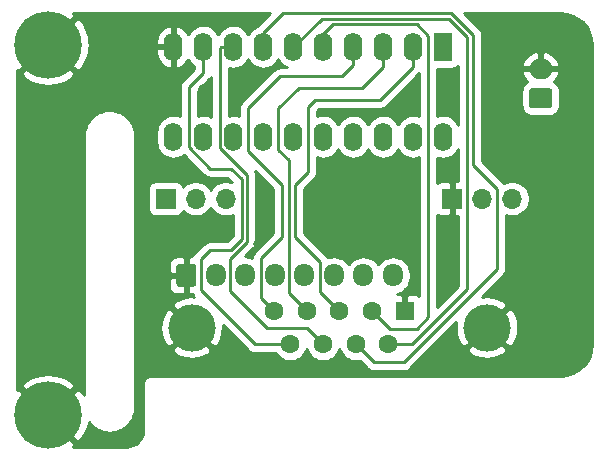
<source format=gbr>
%TF.GenerationSoftware,KiCad,Pcbnew,5.1.8+dfsg1-1+b1*%
%TF.CreationDate,2021-07-20T03:33:59+03:00*%
%TF.ProjectId,gbs-cgaega,6762732d-6367-4616-9567-612e6b696361,rev?*%
%TF.SameCoordinates,Original*%
%TF.FileFunction,Copper,L2,Bot*%
%TF.FilePolarity,Positive*%
%FSLAX46Y46*%
G04 Gerber Fmt 4.6, Leading zero omitted, Abs format (unit mm)*
G04 Created by KiCad (PCBNEW 5.1.8+dfsg1-1+b1) date 2021-07-20 03:33:59*
%MOMM*%
%LPD*%
G01*
G04 APERTURE LIST*
%TA.AperFunction,ComponentPad*%
%ADD10C,5.700000*%
%TD*%
%TA.AperFunction,ComponentPad*%
%ADD11O,1.600000X2.400000*%
%TD*%
%TA.AperFunction,ComponentPad*%
%ADD12R,1.600000X2.400000*%
%TD*%
%TA.AperFunction,ComponentPad*%
%ADD13R,1.600000X1.600000*%
%TD*%
%TA.AperFunction,ComponentPad*%
%ADD14C,1.600000*%
%TD*%
%TA.AperFunction,ComponentPad*%
%ADD15C,4.000000*%
%TD*%
%TA.AperFunction,ComponentPad*%
%ADD16O,2.000000X1.700000*%
%TD*%
%TA.AperFunction,ComponentPad*%
%ADD17O,1.700000X1.950000*%
%TD*%
%TA.AperFunction,ComponentPad*%
%ADD18R,1.700000X1.700000*%
%TD*%
%TA.AperFunction,ComponentPad*%
%ADD19O,1.700000X1.700000*%
%TD*%
%TA.AperFunction,ViaPad*%
%ADD20C,0.800000*%
%TD*%
%TA.AperFunction,Conductor*%
%ADD21C,0.250000*%
%TD*%
%TA.AperFunction,Conductor*%
%ADD22C,0.254000*%
%TD*%
%TA.AperFunction,Conductor*%
%ADD23C,0.100000*%
%TD*%
G04 APERTURE END LIST*
D10*
%TO.P,H3,1*%
%TO.N,GND*%
X112800000Y-95300000D03*
%TD*%
%TO.P,H1,1*%
%TO.N,GND*%
X112800000Y-126700000D03*
%TD*%
D11*
%TO.P,U1,20*%
%TO.N,VCC*%
X146250000Y-103120000D03*
%TO.P,U1,10*%
%TO.N,GND*%
X123390000Y-95500000D03*
%TO.P,U1,19*%
%TO.N,/R1*%
X143710000Y-103120000D03*
%TO.P,U1,9*%
%TO.N,/VSYNC*%
X125930000Y-95500000D03*
%TO.P,U1,18*%
%TO.N,/R0*%
X141170000Y-103120000D03*
%TO.P,U1,8*%
%TO.N,/HSYNC*%
X128470000Y-95500000D03*
%TO.P,U1,17*%
%TO.N,/G1*%
X138630000Y-103120000D03*
%TO.P,U1,7*%
%TO.N,/BI*%
X131010000Y-95500000D03*
%TO.P,U1,16*%
%TO.N,/G0*%
X136090000Y-103120000D03*
%TO.P,U1,6*%
%TO.N,/GI_INT*%
X133550000Y-95500000D03*
%TO.P,U1,15*%
%TO.N,/B1*%
X133550000Y-103120000D03*
%TO.P,U1,5*%
%TO.N,/RI*%
X136090000Y-95500000D03*
%TO.P,U1,14*%
%TO.N,/B0*%
X131010000Y-103120000D03*
%TO.P,U1,4*%
%TO.N,/BLU*%
X138630000Y-95500000D03*
%TO.P,U1,13*%
%TO.N,/~CSYNC*%
X128470000Y-103120000D03*
%TO.P,U1,3*%
%TO.N,/GRN*%
X141170000Y-95500000D03*
%TO.P,U1,12*%
%TO.N,/CSYNC*%
X125930000Y-103120000D03*
%TO.P,U1,2*%
%TO.N,/RED*%
X143710000Y-95500000D03*
%TO.P,U1,11*%
%TO.N,/EGA*%
X123390000Y-103120000D03*
D12*
%TO.P,U1,1*%
%TO.N,Net-(U1-Pad1)*%
X146250000Y-95500000D03*
%TD*%
D13*
%TO.P,J1,1*%
%TO.N,GND*%
X143000000Y-117850000D03*
D14*
%TO.P,J1,2*%
%TO.N,/RI*%
X140230000Y-117850000D03*
%TO.P,J1,3*%
%TO.N,/RED*%
X137460000Y-117850000D03*
%TO.P,J1,4*%
%TO.N,/GRN*%
X134690000Y-117850000D03*
%TO.P,J1,5*%
%TO.N,/BLU*%
X131920000Y-117850000D03*
%TO.P,J1,6*%
%TO.N,/GI_INT*%
X141615000Y-120690000D03*
%TO.P,J1,7*%
%TO.N,/BI*%
X138845000Y-120690000D03*
%TO.P,J1,8*%
%TO.N,/HSYNC*%
X136075000Y-120690000D03*
%TO.P,J1,9*%
%TO.N,/VSYNC*%
X133305000Y-120690000D03*
D15*
%TO.P,J1,0*%
%TO.N,GND*%
X124960000Y-119270000D03*
X149960000Y-119270000D03*
%TD*%
%TO.P,J2,1*%
%TO.N,VCC*%
%TA.AperFunction,ComponentPad*%
G36*
G01*
X155250000Y-100700000D02*
X153750000Y-100700000D01*
G75*
G02*
X153500000Y-100450000I0J250000D01*
G01*
X153500000Y-99250000D01*
G75*
G02*
X153750000Y-99000000I250000J0D01*
G01*
X155250000Y-99000000D01*
G75*
G02*
X155500000Y-99250000I0J-250000D01*
G01*
X155500000Y-100450000D01*
G75*
G02*
X155250000Y-100700000I-250000J0D01*
G01*
G37*
%TD.AperFunction*%
D16*
%TO.P,J2,2*%
%TO.N,GND*%
X154500000Y-97350000D03*
%TD*%
%TO.P,J3,1*%
%TO.N,GND*%
%TA.AperFunction,ComponentPad*%
G36*
G01*
X123650000Y-115575000D02*
X123650000Y-114125000D01*
G75*
G02*
X123900000Y-113875000I250000J0D01*
G01*
X125100000Y-113875000D01*
G75*
G02*
X125350000Y-114125000I0J-250000D01*
G01*
X125350000Y-115575000D01*
G75*
G02*
X125100000Y-115825000I-250000J0D01*
G01*
X123900000Y-115825000D01*
G75*
G02*
X123650000Y-115575000I0J250000D01*
G01*
G37*
%TD.AperFunction*%
D17*
%TO.P,J3,2*%
%TO.N,Net-(J3-Pad2)*%
X127000000Y-114850000D03*
%TO.P,J3,3*%
%TO.N,Net-(J3-Pad3)*%
X129500000Y-114850000D03*
%TO.P,J3,4*%
%TO.N,Net-(J3-Pad4)*%
X132000000Y-114850000D03*
%TO.P,J3,5*%
%TO.N,/CS*%
X134500000Y-114850000D03*
%TO.P,J3,6*%
%TO.N,/BA*%
X137000000Y-114850000D03*
%TO.P,J3,7*%
%TO.N,/GA*%
X139500000Y-114850000D03*
%TO.P,J3,8*%
%TO.N,/RA*%
X142000000Y-114850000D03*
%TD*%
D18*
%TO.P,SW1,1*%
%TO.N,GND*%
X147000000Y-108350000D03*
D19*
%TO.P,SW1,2*%
%TO.N,/EGA*%
X149540000Y-108350000D03*
%TO.P,SW1,3*%
%TO.N,Net-(SW1-Pad3)*%
X152080000Y-108350000D03*
%TD*%
%TO.P,SW2,3*%
%TO.N,/~CSYNC*%
X127830000Y-108350000D03*
%TO.P,SW2,2*%
%TO.N,/CS*%
X125290000Y-108350000D03*
D18*
%TO.P,SW2,1*%
%TO.N,/CSYNC*%
X122750000Y-108350000D03*
%TD*%
D20*
%TO.N,GND*%
X130600000Y-112200000D03*
X142500000Y-110900000D03*
X143600000Y-99100000D03*
X129700000Y-99100000D03*
X125900000Y-99100000D03*
X146300000Y-98200000D03*
X137000000Y-111400000D03*
X121100000Y-105600000D03*
X140000000Y-110900000D03*
X127800000Y-110500000D03*
%TD*%
D21*
%TO.N,/RI*%
X144000000Y-119400000D02*
X141780000Y-119400000D01*
X141780000Y-119400000D02*
X140230000Y-117850000D01*
X145000000Y-94600000D02*
X145000000Y-118400000D01*
X144000000Y-93600000D02*
X145000000Y-94600000D01*
X145000000Y-118400000D02*
X144000000Y-119400000D01*
X136900000Y-93600000D02*
X144000000Y-93600000D01*
X136090000Y-94410000D02*
X136900000Y-93600000D01*
X136090000Y-95500000D02*
X136090000Y-94410000D01*
%TO.N,/RED*%
X143710000Y-97190000D02*
X143710000Y-95500000D01*
X135400000Y-100000000D02*
X140900000Y-100000000D01*
X134800000Y-100600000D02*
X135400000Y-100000000D01*
X133700000Y-107200000D02*
X134800000Y-106100000D01*
X133700000Y-111600000D02*
X133700000Y-107200000D01*
X140900000Y-100000000D02*
X143710000Y-97190000D01*
X135824990Y-113724990D02*
X133700000Y-111600000D01*
X135824990Y-116214990D02*
X135824990Y-113724990D01*
X134800000Y-106100000D02*
X134800000Y-100600000D01*
X137460000Y-117850000D02*
X135824990Y-116214990D01*
%TO.N,/GRN*%
X141170000Y-97230000D02*
X141170000Y-95500000D01*
X139400000Y-99000000D02*
X141170000Y-97230000D01*
X132300000Y-100700000D02*
X134000000Y-99000000D01*
X132300000Y-104200000D02*
X132300000Y-100700000D01*
X133200000Y-105100000D02*
X132300000Y-104200000D01*
X133200000Y-116360000D02*
X133200000Y-105100000D01*
X134000000Y-99000000D02*
X139400000Y-99000000D01*
X134690000Y-117850000D02*
X133200000Y-116360000D01*
%TO.N,/BLU*%
X138630000Y-97070000D02*
X138630000Y-95500000D01*
X137700000Y-98000000D02*
X138630000Y-97070000D01*
X132400000Y-98000000D02*
X137700000Y-98000000D01*
X129750000Y-100650000D02*
X132400000Y-98000000D01*
X129750000Y-104350000D02*
X129750000Y-100650000D01*
X132600000Y-111600000D02*
X132600000Y-107200000D01*
X130824990Y-113375010D02*
X132600000Y-111600000D01*
X132600000Y-107200000D02*
X129750000Y-104350000D01*
X130824990Y-116754990D02*
X130824990Y-113375010D01*
X131920000Y-117850000D02*
X130824990Y-116754990D01*
%TO.N,/GI_INT*%
X135950000Y-93100000D02*
X133550000Y-95500000D01*
X148300000Y-94700000D02*
X146700000Y-93100000D01*
X146700000Y-93100000D02*
X135950000Y-93100000D01*
X143646411Y-120690000D02*
X148300000Y-116036411D01*
X148300000Y-116036411D02*
X148300000Y-94700000D01*
X141615000Y-120690000D02*
X143646411Y-120690000D01*
%TO.N,/BI*%
X132700000Y-92600000D02*
X131010000Y-94290000D01*
X148800000Y-94500000D02*
X146900000Y-92600000D01*
X131010000Y-94290000D02*
X131010000Y-95500000D01*
X148800000Y-105500000D02*
X148800000Y-94500000D01*
X150800000Y-114300000D02*
X150800000Y-107500000D01*
X150800000Y-107500000D02*
X148800000Y-105500000D01*
X142900000Y-122200000D02*
X150800000Y-114300000D01*
X140355000Y-122200000D02*
X142900000Y-122200000D01*
X146900000Y-92600000D02*
X132700000Y-92600000D01*
X138845000Y-120690000D02*
X140355000Y-122200000D01*
%TO.N,/HSYNC*%
X129650011Y-106350011D02*
X127344990Y-104044990D01*
X136075000Y-120690000D02*
X134685000Y-119300000D01*
X127344990Y-95575010D02*
X127420000Y-95500000D01*
X131300000Y-119300000D02*
X128200000Y-116200000D01*
X128200000Y-116200000D02*
X128200000Y-113436411D01*
X128200000Y-113436411D02*
X129650011Y-111986400D01*
X134685000Y-119300000D02*
X131300000Y-119300000D01*
X129650011Y-111986400D02*
X129650011Y-106350011D01*
X127344990Y-104044990D02*
X127344990Y-95575010D01*
X127420000Y-95500000D02*
X128470000Y-95500000D01*
%TO.N,/VSYNC*%
X124700000Y-98900000D02*
X125930000Y-97670000D01*
X125930000Y-97670000D02*
X125930000Y-95500000D01*
X124700000Y-104000000D02*
X124700000Y-98900000D01*
X126500000Y-105800000D02*
X124700000Y-104000000D01*
X125700000Y-113500000D02*
X126500000Y-112700000D01*
X125700000Y-116100000D02*
X125700000Y-113500000D01*
X130290000Y-120690000D02*
X125700000Y-116100000D01*
X133305000Y-120690000D02*
X130290000Y-120690000D01*
X126500000Y-105800000D02*
X128300000Y-105800000D01*
X128300000Y-105800000D02*
X129200000Y-106700000D01*
X129200000Y-106700000D02*
X129200000Y-111800000D01*
X128300000Y-112700000D02*
X126500000Y-112700000D01*
X129200000Y-111800000D02*
X128300000Y-112700000D01*
%TD*%
D22*
%TO.N,GND*%
X130499003Y-93726196D02*
X130469999Y-93749999D01*
X130453174Y-93770501D01*
X130208900Y-93901068D01*
X129990393Y-94080392D01*
X129811068Y-94298899D01*
X129740000Y-94431858D01*
X129668932Y-94298899D01*
X129489608Y-94080392D01*
X129271101Y-93901068D01*
X129021808Y-93767818D01*
X128751309Y-93685764D01*
X128470000Y-93658057D01*
X128188692Y-93685764D01*
X127918193Y-93767818D01*
X127668900Y-93901068D01*
X127450393Y-94080392D01*
X127271068Y-94298899D01*
X127200000Y-94431858D01*
X127128932Y-94298899D01*
X126949608Y-94080392D01*
X126731101Y-93901068D01*
X126481808Y-93767818D01*
X126211309Y-93685764D01*
X125930000Y-93658057D01*
X125648692Y-93685764D01*
X125378193Y-93767818D01*
X125128900Y-93901068D01*
X124910393Y-94080392D01*
X124731068Y-94298899D01*
X124662735Y-94426741D01*
X124512601Y-94197161D01*
X124314895Y-93995500D01*
X124081646Y-93836285D01*
X123821818Y-93725633D01*
X123739039Y-93708096D01*
X123517000Y-93830085D01*
X123517000Y-95373000D01*
X123537000Y-95373000D01*
X123537000Y-95627000D01*
X123517000Y-95627000D01*
X123517000Y-97169915D01*
X123739039Y-97291904D01*
X123821818Y-97274367D01*
X124081646Y-97163715D01*
X124314895Y-97004500D01*
X124512601Y-96802839D01*
X124662735Y-96573258D01*
X124731068Y-96701100D01*
X124910392Y-96919607D01*
X125128899Y-97098932D01*
X125170000Y-97120901D01*
X125170000Y-97355198D01*
X124188998Y-98336201D01*
X124160000Y-98359999D01*
X124136202Y-98388997D01*
X124136201Y-98388998D01*
X124065026Y-98475724D01*
X123994454Y-98607754D01*
X123973379Y-98677232D01*
X123950998Y-98751014D01*
X123950113Y-98760000D01*
X123936324Y-98900000D01*
X123940001Y-98937332D01*
X123940001Y-101387270D01*
X123671309Y-101305764D01*
X123390000Y-101278057D01*
X123108692Y-101305764D01*
X122838193Y-101387818D01*
X122588900Y-101521068D01*
X122370393Y-101700392D01*
X122191068Y-101918899D01*
X122057818Y-102168192D01*
X121975764Y-102438691D01*
X121955000Y-102649508D01*
X121955000Y-103590491D01*
X121975764Y-103801308D01*
X122057818Y-104071807D01*
X122191068Y-104321100D01*
X122370392Y-104539607D01*
X122588899Y-104718932D01*
X122838192Y-104852182D01*
X123108691Y-104934236D01*
X123390000Y-104961943D01*
X123671308Y-104934236D01*
X123941807Y-104852182D01*
X124191100Y-104718932D01*
X124275152Y-104649953D01*
X125936205Y-106311008D01*
X125959999Y-106340001D01*
X125988992Y-106363795D01*
X125988996Y-106363799D01*
X126042555Y-106407753D01*
X126075724Y-106434974D01*
X126207753Y-106505546D01*
X126351014Y-106549003D01*
X126462667Y-106560000D01*
X126462676Y-106560000D01*
X126499999Y-106563676D01*
X126537322Y-106560000D01*
X127985199Y-106560000D01*
X128406739Y-106981541D01*
X128263158Y-106922068D01*
X127976260Y-106865000D01*
X127683740Y-106865000D01*
X127396842Y-106922068D01*
X127126589Y-107034010D01*
X126883368Y-107196525D01*
X126676525Y-107403368D01*
X126560000Y-107577760D01*
X126443475Y-107403368D01*
X126236632Y-107196525D01*
X125993411Y-107034010D01*
X125723158Y-106922068D01*
X125436260Y-106865000D01*
X125143740Y-106865000D01*
X124856842Y-106922068D01*
X124586589Y-107034010D01*
X124343368Y-107196525D01*
X124211513Y-107328380D01*
X124189502Y-107255820D01*
X124130537Y-107145506D01*
X124051185Y-107048815D01*
X123954494Y-106969463D01*
X123844180Y-106910498D01*
X123724482Y-106874188D01*
X123600000Y-106861928D01*
X121900000Y-106861928D01*
X121775518Y-106874188D01*
X121655820Y-106910498D01*
X121545506Y-106969463D01*
X121448815Y-107048815D01*
X121369463Y-107145506D01*
X121310498Y-107255820D01*
X121274188Y-107375518D01*
X121261928Y-107500000D01*
X121261928Y-109200000D01*
X121274188Y-109324482D01*
X121310498Y-109444180D01*
X121369463Y-109554494D01*
X121448815Y-109651185D01*
X121545506Y-109730537D01*
X121655820Y-109789502D01*
X121775518Y-109825812D01*
X121900000Y-109838072D01*
X123600000Y-109838072D01*
X123724482Y-109825812D01*
X123844180Y-109789502D01*
X123954494Y-109730537D01*
X124051185Y-109651185D01*
X124130537Y-109554494D01*
X124189502Y-109444180D01*
X124211513Y-109371620D01*
X124343368Y-109503475D01*
X124586589Y-109665990D01*
X124856842Y-109777932D01*
X125143740Y-109835000D01*
X125436260Y-109835000D01*
X125723158Y-109777932D01*
X125993411Y-109665990D01*
X126236632Y-109503475D01*
X126443475Y-109296632D01*
X126560000Y-109122240D01*
X126676525Y-109296632D01*
X126883368Y-109503475D01*
X127126589Y-109665990D01*
X127396842Y-109777932D01*
X127683740Y-109835000D01*
X127976260Y-109835000D01*
X128263158Y-109777932D01*
X128440001Y-109704682D01*
X128440001Y-111485197D01*
X127985199Y-111940000D01*
X126537323Y-111940000D01*
X126500000Y-111936324D01*
X126462677Y-111940000D01*
X126462667Y-111940000D01*
X126351014Y-111950997D01*
X126207753Y-111994454D01*
X126075724Y-112065026D01*
X125959999Y-112159999D01*
X125936201Y-112188998D01*
X125188998Y-112936201D01*
X125160000Y-112959999D01*
X125136202Y-112988997D01*
X125136201Y-112988998D01*
X125065026Y-113075724D01*
X124994454Y-113207754D01*
X124985002Y-113238915D01*
X124785750Y-113240000D01*
X124627000Y-113398750D01*
X124627000Y-114723000D01*
X124647000Y-114723000D01*
X124647000Y-114977000D01*
X124627000Y-114977000D01*
X124627000Y-116301250D01*
X124785750Y-116460000D01*
X125031384Y-116461337D01*
X125065026Y-116524276D01*
X125104871Y-116572826D01*
X125159999Y-116640001D01*
X125163228Y-116642651D01*
X124936929Y-116622352D01*
X124420841Y-116677727D01*
X123925474Y-116832721D01*
X123508228Y-117055742D01*
X123292106Y-117422501D01*
X124960000Y-119090395D01*
X124974143Y-119076253D01*
X125153748Y-119255858D01*
X125139605Y-119270000D01*
X126807499Y-120937894D01*
X127174258Y-120721772D01*
X127414938Y-120261895D01*
X127561275Y-119763902D01*
X127607648Y-119246929D01*
X127587879Y-119062680D01*
X129726200Y-121201002D01*
X129749999Y-121230001D01*
X129865724Y-121324974D01*
X129997753Y-121395546D01*
X130141014Y-121439003D01*
X130252667Y-121450000D01*
X130252676Y-121450000D01*
X130289999Y-121453676D01*
X130327322Y-121450000D01*
X132086957Y-121450000D01*
X132190363Y-121604759D01*
X132390241Y-121804637D01*
X132625273Y-121961680D01*
X132886426Y-122069853D01*
X133163665Y-122125000D01*
X133446335Y-122125000D01*
X133723574Y-122069853D01*
X133984727Y-121961680D01*
X134219759Y-121804637D01*
X134419637Y-121604759D01*
X134576680Y-121369727D01*
X134684853Y-121108574D01*
X134690000Y-121082699D01*
X134695147Y-121108574D01*
X134803320Y-121369727D01*
X134960363Y-121604759D01*
X135160241Y-121804637D01*
X135395273Y-121961680D01*
X135656426Y-122069853D01*
X135933665Y-122125000D01*
X136216335Y-122125000D01*
X136493574Y-122069853D01*
X136754727Y-121961680D01*
X136989759Y-121804637D01*
X137189637Y-121604759D01*
X137346680Y-121369727D01*
X137454853Y-121108574D01*
X137460000Y-121082699D01*
X137465147Y-121108574D01*
X137573320Y-121369727D01*
X137730363Y-121604759D01*
X137930241Y-121804637D01*
X138165273Y-121961680D01*
X138426426Y-122069853D01*
X138703665Y-122125000D01*
X138986335Y-122125000D01*
X139168886Y-122088688D01*
X139791205Y-122711008D01*
X139814999Y-122740001D01*
X139843992Y-122763795D01*
X139843996Y-122763799D01*
X139891370Y-122802677D01*
X139930724Y-122834974D01*
X140062753Y-122905546D01*
X140206014Y-122949003D01*
X140317667Y-122960000D01*
X140317676Y-122960000D01*
X140354999Y-122963676D01*
X140392322Y-122960000D01*
X142862678Y-122960000D01*
X142900000Y-122963676D01*
X142937322Y-122960000D01*
X142937333Y-122960000D01*
X143048986Y-122949003D01*
X143192247Y-122905546D01*
X143324276Y-122834974D01*
X143440001Y-122740001D01*
X143463804Y-122710997D01*
X145057302Y-121117499D01*
X148292106Y-121117499D01*
X148508228Y-121484258D01*
X148968105Y-121724938D01*
X149466098Y-121871275D01*
X149983071Y-121917648D01*
X150499159Y-121862273D01*
X150994526Y-121707279D01*
X151411772Y-121484258D01*
X151627894Y-121117499D01*
X149960000Y-119449605D01*
X148292106Y-121117499D01*
X145057302Y-121117499D01*
X147354786Y-118820016D01*
X147312352Y-119293071D01*
X147367727Y-119809159D01*
X147522721Y-120304526D01*
X147745742Y-120721772D01*
X148112501Y-120937894D01*
X149780395Y-119270000D01*
X150139605Y-119270000D01*
X151807499Y-120937894D01*
X152174258Y-120721772D01*
X152414938Y-120261895D01*
X152561275Y-119763902D01*
X152607648Y-119246929D01*
X152552273Y-118730841D01*
X152397279Y-118235474D01*
X152174258Y-117818228D01*
X151807499Y-117602106D01*
X150139605Y-119270000D01*
X149780395Y-119270000D01*
X149766253Y-119255858D01*
X149945858Y-119076253D01*
X149960000Y-119090395D01*
X151627894Y-117422501D01*
X151411772Y-117055742D01*
X150951895Y-116815062D01*
X150453902Y-116668725D01*
X149936929Y-116622352D01*
X149506238Y-116668564D01*
X151311004Y-114863798D01*
X151340001Y-114840001D01*
X151366332Y-114807917D01*
X151434974Y-114724277D01*
X151505546Y-114592247D01*
X151541417Y-114473993D01*
X151549003Y-114448986D01*
X151560000Y-114337333D01*
X151560000Y-114337324D01*
X151563676Y-114300001D01*
X151560000Y-114262678D01*
X151560000Y-109741961D01*
X151646842Y-109777932D01*
X151933740Y-109835000D01*
X152226260Y-109835000D01*
X152513158Y-109777932D01*
X152783411Y-109665990D01*
X153026632Y-109503475D01*
X153233475Y-109296632D01*
X153395990Y-109053411D01*
X153507932Y-108783158D01*
X153565000Y-108496260D01*
X153565000Y-108203740D01*
X153507932Y-107916842D01*
X153395990Y-107646589D01*
X153233475Y-107403368D01*
X153026632Y-107196525D01*
X152783411Y-107034010D01*
X152513158Y-106922068D01*
X152226260Y-106865000D01*
X151933740Y-106865000D01*
X151646842Y-106922068D01*
X151394613Y-107026544D01*
X151363799Y-106988997D01*
X151340001Y-106959999D01*
X151311003Y-106936201D01*
X149560000Y-105185199D01*
X149560000Y-99250000D01*
X152861928Y-99250000D01*
X152861928Y-100450000D01*
X152878992Y-100623254D01*
X152929528Y-100789850D01*
X153011595Y-100943386D01*
X153122038Y-101077962D01*
X153256614Y-101188405D01*
X153410150Y-101270472D01*
X153576746Y-101321008D01*
X153750000Y-101338072D01*
X155250000Y-101338072D01*
X155423254Y-101321008D01*
X155589850Y-101270472D01*
X155743386Y-101188405D01*
X155877962Y-101077962D01*
X155988405Y-100943386D01*
X156070472Y-100789850D01*
X156121008Y-100623254D01*
X156138072Y-100450000D01*
X156138072Y-99250000D01*
X156121008Y-99076746D01*
X156070472Y-98910150D01*
X155988405Y-98756614D01*
X155877962Y-98622038D01*
X155743386Y-98511595D01*
X155641407Y-98457086D01*
X155641795Y-98456802D01*
X155838664Y-98242046D01*
X155989854Y-97993009D01*
X156089554Y-97719261D01*
X156091476Y-97706890D01*
X155970155Y-97477000D01*
X154627000Y-97477000D01*
X154627000Y-97497000D01*
X154373000Y-97497000D01*
X154373000Y-97477000D01*
X153029845Y-97477000D01*
X152908524Y-97706890D01*
X152910446Y-97719261D01*
X153010146Y-97993009D01*
X153161336Y-98242046D01*
X153358205Y-98456802D01*
X153358593Y-98457086D01*
X153256614Y-98511595D01*
X153122038Y-98622038D01*
X153011595Y-98756614D01*
X152929528Y-98910150D01*
X152878992Y-99076746D01*
X152861928Y-99250000D01*
X149560000Y-99250000D01*
X149560000Y-96993110D01*
X152908524Y-96993110D01*
X153029845Y-97223000D01*
X154373000Y-97223000D01*
X154373000Y-96022768D01*
X154627000Y-96022768D01*
X154627000Y-97223000D01*
X155970155Y-97223000D01*
X156091476Y-96993110D01*
X156089554Y-96980739D01*
X155989854Y-96706991D01*
X155838664Y-96457954D01*
X155641795Y-96243198D01*
X155406812Y-96070975D01*
X155142745Y-95947904D01*
X154859742Y-95878715D01*
X154627000Y-96022768D01*
X154373000Y-96022768D01*
X154140258Y-95878715D01*
X153857255Y-95947904D01*
X153593188Y-96070975D01*
X153358205Y-96243198D01*
X153161336Y-96457954D01*
X153010146Y-96706991D01*
X152910446Y-96980739D01*
X152908524Y-96993110D01*
X149560000Y-96993110D01*
X149560000Y-94537325D01*
X149563676Y-94500000D01*
X149560000Y-94462675D01*
X149560000Y-94462667D01*
X149549003Y-94351014D01*
X149505546Y-94207753D01*
X149434974Y-94075724D01*
X149340001Y-93959999D01*
X149311003Y-93936201D01*
X148034801Y-92660000D01*
X156167721Y-92660000D01*
X156712163Y-92713383D01*
X157204822Y-92862126D01*
X157659204Y-93103725D01*
X158058007Y-93428982D01*
X158386037Y-93825503D01*
X158630800Y-94278184D01*
X158782979Y-94769795D01*
X158840000Y-95312309D01*
X158840001Y-120667711D01*
X158786617Y-121212163D01*
X158637876Y-121704818D01*
X158396277Y-122159200D01*
X158071022Y-122558003D01*
X157674503Y-122886033D01*
X157221817Y-123130799D01*
X156730206Y-123282979D01*
X156187690Y-123340000D01*
X121532419Y-123340000D01*
X121500000Y-123336807D01*
X121467581Y-123340000D01*
X121370617Y-123349550D01*
X121246207Y-123387290D01*
X121131550Y-123448575D01*
X121031052Y-123531052D01*
X120948575Y-123631550D01*
X120887290Y-123746207D01*
X120849550Y-123870617D01*
X120836807Y-124000000D01*
X120840000Y-124032420D01*
X120840001Y-127967711D01*
X120811375Y-128259660D01*
X120735965Y-128509429D01*
X120613477Y-128739794D01*
X120448579Y-128941979D01*
X120247546Y-129108288D01*
X120018046Y-129232378D01*
X119768805Y-129309531D01*
X119478911Y-129340000D01*
X114940639Y-129340000D01*
X115072428Y-129152033D01*
X112800000Y-126879605D01*
X112785858Y-126893748D01*
X112606253Y-126714143D01*
X112620395Y-126700000D01*
X112979605Y-126700000D01*
X115252033Y-128972428D01*
X115705850Y-128654243D01*
X116031269Y-128049790D01*
X116232512Y-127393465D01*
X116246294Y-127257707D01*
X116250867Y-127264591D01*
X116256741Y-127271691D01*
X116444916Y-127495949D01*
X116487646Y-127537793D01*
X116529805Y-127580248D01*
X116536947Y-127586072D01*
X116765097Y-127769509D01*
X116815131Y-127802251D01*
X116864742Y-127835714D01*
X116872878Y-127840040D01*
X117132313Y-127975670D01*
X117187785Y-127998082D01*
X117242923Y-128021260D01*
X117251741Y-128023922D01*
X117251747Y-128023924D01*
X117532583Y-128106578D01*
X117591331Y-128117785D01*
X117649941Y-128129816D01*
X117659110Y-128130715D01*
X117659112Y-128130715D01*
X117950656Y-128157247D01*
X118010472Y-128156829D01*
X118070288Y-128157247D01*
X118079460Y-128156348D01*
X118370605Y-128125748D01*
X118429217Y-128113717D01*
X118487963Y-128102511D01*
X118496784Y-128099847D01*
X118776440Y-128013279D01*
X118831578Y-127990101D01*
X118887050Y-127967689D01*
X118895181Y-127963365D01*
X118895185Y-127963363D01*
X118895188Y-127963361D01*
X119152702Y-127824123D01*
X119202259Y-127790696D01*
X119252347Y-127757920D01*
X119259488Y-127752095D01*
X119485056Y-127565490D01*
X119527215Y-127523035D01*
X119569945Y-127481191D01*
X119575819Y-127474091D01*
X119760845Y-127247227D01*
X119793927Y-127197434D01*
X119827745Y-127148045D01*
X119832127Y-127139939D01*
X119969564Y-126881458D01*
X119992355Y-126826164D01*
X120015925Y-126771171D01*
X120018650Y-126762368D01*
X120103264Y-126482113D01*
X120114882Y-126423436D01*
X120127320Y-126364921D01*
X120128283Y-126355756D01*
X120156850Y-126064404D01*
X120156850Y-126064402D01*
X120160000Y-126032419D01*
X120160000Y-121117499D01*
X123292106Y-121117499D01*
X123508228Y-121484258D01*
X123968105Y-121724938D01*
X124466098Y-121871275D01*
X124983071Y-121917648D01*
X125499159Y-121862273D01*
X125994526Y-121707279D01*
X126411772Y-121484258D01*
X126627894Y-121117499D01*
X124960000Y-119449605D01*
X123292106Y-121117499D01*
X120160000Y-121117499D01*
X120160000Y-119293071D01*
X122312352Y-119293071D01*
X122367727Y-119809159D01*
X122522721Y-120304526D01*
X122745742Y-120721772D01*
X123112501Y-120937894D01*
X124780395Y-119270000D01*
X123112501Y-117602106D01*
X122745742Y-117818228D01*
X122505062Y-118278105D01*
X122358725Y-118776098D01*
X122312352Y-119293071D01*
X120160000Y-119293071D01*
X120160000Y-115825000D01*
X123011928Y-115825000D01*
X123024188Y-115949482D01*
X123060498Y-116069180D01*
X123119463Y-116179494D01*
X123198815Y-116276185D01*
X123295506Y-116355537D01*
X123405820Y-116414502D01*
X123525518Y-116450812D01*
X123650000Y-116463072D01*
X124214250Y-116460000D01*
X124373000Y-116301250D01*
X124373000Y-114977000D01*
X123173750Y-114977000D01*
X123015000Y-115135750D01*
X123011928Y-115825000D01*
X120160000Y-115825000D01*
X120160000Y-113875000D01*
X123011928Y-113875000D01*
X123015000Y-114564250D01*
X123173750Y-114723000D01*
X124373000Y-114723000D01*
X124373000Y-113398750D01*
X124214250Y-113240000D01*
X123650000Y-113236928D01*
X123525518Y-113249188D01*
X123405820Y-113285498D01*
X123295506Y-113344463D01*
X123198815Y-113423815D01*
X123119463Y-113520506D01*
X123060498Y-113630820D01*
X123024188Y-113750518D01*
X123011928Y-113875000D01*
X120160000Y-113875000D01*
X120160000Y-102967581D01*
X120156704Y-102934116D01*
X120156704Y-102914651D01*
X120155741Y-102905486D01*
X120123108Y-102614561D01*
X120110669Y-102556044D01*
X120099052Y-102497371D01*
X120096327Y-102488568D01*
X120007809Y-102209523D01*
X119984263Y-102154588D01*
X119961449Y-102099235D01*
X119957065Y-102091129D01*
X119816032Y-101834592D01*
X119782245Y-101785247D01*
X119749133Y-101735409D01*
X119743259Y-101728309D01*
X119555084Y-101504051D01*
X119512354Y-101462207D01*
X119470194Y-101419751D01*
X119463053Y-101413927D01*
X119234903Y-101230491D01*
X119184861Y-101197744D01*
X119135258Y-101164286D01*
X119127121Y-101159960D01*
X118867687Y-101024330D01*
X118812215Y-101001918D01*
X118757077Y-100978740D01*
X118748259Y-100976078D01*
X118748253Y-100976076D01*
X118467417Y-100893422D01*
X118408716Y-100882224D01*
X118350060Y-100870184D01*
X118340888Y-100869285D01*
X118049344Y-100842753D01*
X117989528Y-100843171D01*
X117929712Y-100842753D01*
X117920541Y-100843652D01*
X117629395Y-100874252D01*
X117570753Y-100886290D01*
X117512037Y-100897490D01*
X117503216Y-100900153D01*
X117223560Y-100986721D01*
X117168422Y-101009899D01*
X117112950Y-101032311D01*
X117104819Y-101036635D01*
X117104815Y-101036637D01*
X117104814Y-101036638D01*
X116847298Y-101175877D01*
X116797749Y-101209299D01*
X116747653Y-101242080D01*
X116740512Y-101247905D01*
X116514945Y-101434510D01*
X116472804Y-101476946D01*
X116430055Y-101518809D01*
X116424181Y-101525909D01*
X116239155Y-101752773D01*
X116206055Y-101802592D01*
X116172256Y-101851955D01*
X116167873Y-101860061D01*
X116030436Y-102118542D01*
X116007645Y-102173836D01*
X115984075Y-102228829D01*
X115981350Y-102237632D01*
X115896736Y-102517886D01*
X115885116Y-102576571D01*
X115872680Y-102635079D01*
X115871717Y-102644244D01*
X115843150Y-102935596D01*
X115843150Y-102935608D01*
X115840001Y-102967581D01*
X115840000Y-124994032D01*
X115717506Y-124763201D01*
X115705850Y-124745757D01*
X115252033Y-124427572D01*
X112979605Y-126700000D01*
X112620395Y-126700000D01*
X110347967Y-124427572D01*
X110160000Y-124559361D01*
X110160000Y-124247967D01*
X110527572Y-124247967D01*
X112800000Y-126520395D01*
X115072428Y-124247967D01*
X114754243Y-123794150D01*
X114149790Y-123468731D01*
X113493465Y-123267488D01*
X112810490Y-123198155D01*
X112127112Y-123263395D01*
X111469593Y-123460702D01*
X110863201Y-123782494D01*
X110845757Y-123794150D01*
X110527572Y-124247967D01*
X110160000Y-124247967D01*
X110160000Y-97752033D01*
X110527572Y-97752033D01*
X110845757Y-98205850D01*
X111450210Y-98531269D01*
X112106535Y-98732512D01*
X112789510Y-98801845D01*
X113472888Y-98736605D01*
X114130407Y-98539298D01*
X114736799Y-98217506D01*
X114754243Y-98205850D01*
X115072428Y-97752033D01*
X112800000Y-95479605D01*
X110527572Y-97752033D01*
X110160000Y-97752033D01*
X110160000Y-97440639D01*
X110347967Y-97572428D01*
X112620395Y-95300000D01*
X112979605Y-95300000D01*
X115252033Y-97572428D01*
X115705850Y-97254243D01*
X116031269Y-96649790D01*
X116232512Y-95993465D01*
X116269714Y-95627000D01*
X121955000Y-95627000D01*
X121955000Y-96027000D01*
X122007350Y-96304514D01*
X122112834Y-96566483D01*
X122267399Y-96802839D01*
X122465105Y-97004500D01*
X122698354Y-97163715D01*
X122958182Y-97274367D01*
X123040961Y-97291904D01*
X123263000Y-97169915D01*
X123263000Y-95627000D01*
X121955000Y-95627000D01*
X116269714Y-95627000D01*
X116301845Y-95310490D01*
X116269626Y-94973000D01*
X121955000Y-94973000D01*
X121955000Y-95373000D01*
X123263000Y-95373000D01*
X123263000Y-93830085D01*
X123040961Y-93708096D01*
X122958182Y-93725633D01*
X122698354Y-93836285D01*
X122465105Y-93995500D01*
X122267399Y-94197161D01*
X122112834Y-94433517D01*
X122007350Y-94695486D01*
X121955000Y-94973000D01*
X116269626Y-94973000D01*
X116236605Y-94627112D01*
X116039298Y-93969593D01*
X115717506Y-93363201D01*
X115705850Y-93345757D01*
X115252033Y-93027572D01*
X112979605Y-95300000D01*
X112620395Y-95300000D01*
X112606253Y-95285858D01*
X112785858Y-95106253D01*
X112800000Y-95120395D01*
X115072428Y-92847967D01*
X114940639Y-92660000D01*
X131565198Y-92660000D01*
X130499003Y-93726196D01*
%TA.AperFunction,Conductor*%
D23*
G36*
X130499003Y-93726196D02*
G01*
X130469999Y-93749999D01*
X130453174Y-93770501D01*
X130208900Y-93901068D01*
X129990393Y-94080392D01*
X129811068Y-94298899D01*
X129740000Y-94431858D01*
X129668932Y-94298899D01*
X129489608Y-94080392D01*
X129271101Y-93901068D01*
X129021808Y-93767818D01*
X128751309Y-93685764D01*
X128470000Y-93658057D01*
X128188692Y-93685764D01*
X127918193Y-93767818D01*
X127668900Y-93901068D01*
X127450393Y-94080392D01*
X127271068Y-94298899D01*
X127200000Y-94431858D01*
X127128932Y-94298899D01*
X126949608Y-94080392D01*
X126731101Y-93901068D01*
X126481808Y-93767818D01*
X126211309Y-93685764D01*
X125930000Y-93658057D01*
X125648692Y-93685764D01*
X125378193Y-93767818D01*
X125128900Y-93901068D01*
X124910393Y-94080392D01*
X124731068Y-94298899D01*
X124662735Y-94426741D01*
X124512601Y-94197161D01*
X124314895Y-93995500D01*
X124081646Y-93836285D01*
X123821818Y-93725633D01*
X123739039Y-93708096D01*
X123517000Y-93830085D01*
X123517000Y-95373000D01*
X123537000Y-95373000D01*
X123537000Y-95627000D01*
X123517000Y-95627000D01*
X123517000Y-97169915D01*
X123739039Y-97291904D01*
X123821818Y-97274367D01*
X124081646Y-97163715D01*
X124314895Y-97004500D01*
X124512601Y-96802839D01*
X124662735Y-96573258D01*
X124731068Y-96701100D01*
X124910392Y-96919607D01*
X125128899Y-97098932D01*
X125170000Y-97120901D01*
X125170000Y-97355198D01*
X124188998Y-98336201D01*
X124160000Y-98359999D01*
X124136202Y-98388997D01*
X124136201Y-98388998D01*
X124065026Y-98475724D01*
X123994454Y-98607754D01*
X123973379Y-98677232D01*
X123950998Y-98751014D01*
X123950113Y-98760000D01*
X123936324Y-98900000D01*
X123940001Y-98937332D01*
X123940001Y-101387270D01*
X123671309Y-101305764D01*
X123390000Y-101278057D01*
X123108692Y-101305764D01*
X122838193Y-101387818D01*
X122588900Y-101521068D01*
X122370393Y-101700392D01*
X122191068Y-101918899D01*
X122057818Y-102168192D01*
X121975764Y-102438691D01*
X121955000Y-102649508D01*
X121955000Y-103590491D01*
X121975764Y-103801308D01*
X122057818Y-104071807D01*
X122191068Y-104321100D01*
X122370392Y-104539607D01*
X122588899Y-104718932D01*
X122838192Y-104852182D01*
X123108691Y-104934236D01*
X123390000Y-104961943D01*
X123671308Y-104934236D01*
X123941807Y-104852182D01*
X124191100Y-104718932D01*
X124275152Y-104649953D01*
X125936205Y-106311008D01*
X125959999Y-106340001D01*
X125988992Y-106363795D01*
X125988996Y-106363799D01*
X126042555Y-106407753D01*
X126075724Y-106434974D01*
X126207753Y-106505546D01*
X126351014Y-106549003D01*
X126462667Y-106560000D01*
X126462676Y-106560000D01*
X126499999Y-106563676D01*
X126537322Y-106560000D01*
X127985199Y-106560000D01*
X128406739Y-106981541D01*
X128263158Y-106922068D01*
X127976260Y-106865000D01*
X127683740Y-106865000D01*
X127396842Y-106922068D01*
X127126589Y-107034010D01*
X126883368Y-107196525D01*
X126676525Y-107403368D01*
X126560000Y-107577760D01*
X126443475Y-107403368D01*
X126236632Y-107196525D01*
X125993411Y-107034010D01*
X125723158Y-106922068D01*
X125436260Y-106865000D01*
X125143740Y-106865000D01*
X124856842Y-106922068D01*
X124586589Y-107034010D01*
X124343368Y-107196525D01*
X124211513Y-107328380D01*
X124189502Y-107255820D01*
X124130537Y-107145506D01*
X124051185Y-107048815D01*
X123954494Y-106969463D01*
X123844180Y-106910498D01*
X123724482Y-106874188D01*
X123600000Y-106861928D01*
X121900000Y-106861928D01*
X121775518Y-106874188D01*
X121655820Y-106910498D01*
X121545506Y-106969463D01*
X121448815Y-107048815D01*
X121369463Y-107145506D01*
X121310498Y-107255820D01*
X121274188Y-107375518D01*
X121261928Y-107500000D01*
X121261928Y-109200000D01*
X121274188Y-109324482D01*
X121310498Y-109444180D01*
X121369463Y-109554494D01*
X121448815Y-109651185D01*
X121545506Y-109730537D01*
X121655820Y-109789502D01*
X121775518Y-109825812D01*
X121900000Y-109838072D01*
X123600000Y-109838072D01*
X123724482Y-109825812D01*
X123844180Y-109789502D01*
X123954494Y-109730537D01*
X124051185Y-109651185D01*
X124130537Y-109554494D01*
X124189502Y-109444180D01*
X124211513Y-109371620D01*
X124343368Y-109503475D01*
X124586589Y-109665990D01*
X124856842Y-109777932D01*
X125143740Y-109835000D01*
X125436260Y-109835000D01*
X125723158Y-109777932D01*
X125993411Y-109665990D01*
X126236632Y-109503475D01*
X126443475Y-109296632D01*
X126560000Y-109122240D01*
X126676525Y-109296632D01*
X126883368Y-109503475D01*
X127126589Y-109665990D01*
X127396842Y-109777932D01*
X127683740Y-109835000D01*
X127976260Y-109835000D01*
X128263158Y-109777932D01*
X128440001Y-109704682D01*
X128440001Y-111485197D01*
X127985199Y-111940000D01*
X126537323Y-111940000D01*
X126500000Y-111936324D01*
X126462677Y-111940000D01*
X126462667Y-111940000D01*
X126351014Y-111950997D01*
X126207753Y-111994454D01*
X126075724Y-112065026D01*
X125959999Y-112159999D01*
X125936201Y-112188998D01*
X125188998Y-112936201D01*
X125160000Y-112959999D01*
X125136202Y-112988997D01*
X125136201Y-112988998D01*
X125065026Y-113075724D01*
X124994454Y-113207754D01*
X124985002Y-113238915D01*
X124785750Y-113240000D01*
X124627000Y-113398750D01*
X124627000Y-114723000D01*
X124647000Y-114723000D01*
X124647000Y-114977000D01*
X124627000Y-114977000D01*
X124627000Y-116301250D01*
X124785750Y-116460000D01*
X125031384Y-116461337D01*
X125065026Y-116524276D01*
X125104871Y-116572826D01*
X125159999Y-116640001D01*
X125163228Y-116642651D01*
X124936929Y-116622352D01*
X124420841Y-116677727D01*
X123925474Y-116832721D01*
X123508228Y-117055742D01*
X123292106Y-117422501D01*
X124960000Y-119090395D01*
X124974143Y-119076253D01*
X125153748Y-119255858D01*
X125139605Y-119270000D01*
X126807499Y-120937894D01*
X127174258Y-120721772D01*
X127414938Y-120261895D01*
X127561275Y-119763902D01*
X127607648Y-119246929D01*
X127587879Y-119062680D01*
X129726200Y-121201002D01*
X129749999Y-121230001D01*
X129865724Y-121324974D01*
X129997753Y-121395546D01*
X130141014Y-121439003D01*
X130252667Y-121450000D01*
X130252676Y-121450000D01*
X130289999Y-121453676D01*
X130327322Y-121450000D01*
X132086957Y-121450000D01*
X132190363Y-121604759D01*
X132390241Y-121804637D01*
X132625273Y-121961680D01*
X132886426Y-122069853D01*
X133163665Y-122125000D01*
X133446335Y-122125000D01*
X133723574Y-122069853D01*
X133984727Y-121961680D01*
X134219759Y-121804637D01*
X134419637Y-121604759D01*
X134576680Y-121369727D01*
X134684853Y-121108574D01*
X134690000Y-121082699D01*
X134695147Y-121108574D01*
X134803320Y-121369727D01*
X134960363Y-121604759D01*
X135160241Y-121804637D01*
X135395273Y-121961680D01*
X135656426Y-122069853D01*
X135933665Y-122125000D01*
X136216335Y-122125000D01*
X136493574Y-122069853D01*
X136754727Y-121961680D01*
X136989759Y-121804637D01*
X137189637Y-121604759D01*
X137346680Y-121369727D01*
X137454853Y-121108574D01*
X137460000Y-121082699D01*
X137465147Y-121108574D01*
X137573320Y-121369727D01*
X137730363Y-121604759D01*
X137930241Y-121804637D01*
X138165273Y-121961680D01*
X138426426Y-122069853D01*
X138703665Y-122125000D01*
X138986335Y-122125000D01*
X139168886Y-122088688D01*
X139791205Y-122711008D01*
X139814999Y-122740001D01*
X139843992Y-122763795D01*
X139843996Y-122763799D01*
X139891370Y-122802677D01*
X139930724Y-122834974D01*
X140062753Y-122905546D01*
X140206014Y-122949003D01*
X140317667Y-122960000D01*
X140317676Y-122960000D01*
X140354999Y-122963676D01*
X140392322Y-122960000D01*
X142862678Y-122960000D01*
X142900000Y-122963676D01*
X142937322Y-122960000D01*
X142937333Y-122960000D01*
X143048986Y-122949003D01*
X143192247Y-122905546D01*
X143324276Y-122834974D01*
X143440001Y-122740001D01*
X143463804Y-122710997D01*
X145057302Y-121117499D01*
X148292106Y-121117499D01*
X148508228Y-121484258D01*
X148968105Y-121724938D01*
X149466098Y-121871275D01*
X149983071Y-121917648D01*
X150499159Y-121862273D01*
X150994526Y-121707279D01*
X151411772Y-121484258D01*
X151627894Y-121117499D01*
X149960000Y-119449605D01*
X148292106Y-121117499D01*
X145057302Y-121117499D01*
X147354786Y-118820016D01*
X147312352Y-119293071D01*
X147367727Y-119809159D01*
X147522721Y-120304526D01*
X147745742Y-120721772D01*
X148112501Y-120937894D01*
X149780395Y-119270000D01*
X150139605Y-119270000D01*
X151807499Y-120937894D01*
X152174258Y-120721772D01*
X152414938Y-120261895D01*
X152561275Y-119763902D01*
X152607648Y-119246929D01*
X152552273Y-118730841D01*
X152397279Y-118235474D01*
X152174258Y-117818228D01*
X151807499Y-117602106D01*
X150139605Y-119270000D01*
X149780395Y-119270000D01*
X149766253Y-119255858D01*
X149945858Y-119076253D01*
X149960000Y-119090395D01*
X151627894Y-117422501D01*
X151411772Y-117055742D01*
X150951895Y-116815062D01*
X150453902Y-116668725D01*
X149936929Y-116622352D01*
X149506238Y-116668564D01*
X151311004Y-114863798D01*
X151340001Y-114840001D01*
X151366332Y-114807917D01*
X151434974Y-114724277D01*
X151505546Y-114592247D01*
X151541417Y-114473993D01*
X151549003Y-114448986D01*
X151560000Y-114337333D01*
X151560000Y-114337324D01*
X151563676Y-114300001D01*
X151560000Y-114262678D01*
X151560000Y-109741961D01*
X151646842Y-109777932D01*
X151933740Y-109835000D01*
X152226260Y-109835000D01*
X152513158Y-109777932D01*
X152783411Y-109665990D01*
X153026632Y-109503475D01*
X153233475Y-109296632D01*
X153395990Y-109053411D01*
X153507932Y-108783158D01*
X153565000Y-108496260D01*
X153565000Y-108203740D01*
X153507932Y-107916842D01*
X153395990Y-107646589D01*
X153233475Y-107403368D01*
X153026632Y-107196525D01*
X152783411Y-107034010D01*
X152513158Y-106922068D01*
X152226260Y-106865000D01*
X151933740Y-106865000D01*
X151646842Y-106922068D01*
X151394613Y-107026544D01*
X151363799Y-106988997D01*
X151340001Y-106959999D01*
X151311003Y-106936201D01*
X149560000Y-105185199D01*
X149560000Y-99250000D01*
X152861928Y-99250000D01*
X152861928Y-100450000D01*
X152878992Y-100623254D01*
X152929528Y-100789850D01*
X153011595Y-100943386D01*
X153122038Y-101077962D01*
X153256614Y-101188405D01*
X153410150Y-101270472D01*
X153576746Y-101321008D01*
X153750000Y-101338072D01*
X155250000Y-101338072D01*
X155423254Y-101321008D01*
X155589850Y-101270472D01*
X155743386Y-101188405D01*
X155877962Y-101077962D01*
X155988405Y-100943386D01*
X156070472Y-100789850D01*
X156121008Y-100623254D01*
X156138072Y-100450000D01*
X156138072Y-99250000D01*
X156121008Y-99076746D01*
X156070472Y-98910150D01*
X155988405Y-98756614D01*
X155877962Y-98622038D01*
X155743386Y-98511595D01*
X155641407Y-98457086D01*
X155641795Y-98456802D01*
X155838664Y-98242046D01*
X155989854Y-97993009D01*
X156089554Y-97719261D01*
X156091476Y-97706890D01*
X155970155Y-97477000D01*
X154627000Y-97477000D01*
X154627000Y-97497000D01*
X154373000Y-97497000D01*
X154373000Y-97477000D01*
X153029845Y-97477000D01*
X152908524Y-97706890D01*
X152910446Y-97719261D01*
X153010146Y-97993009D01*
X153161336Y-98242046D01*
X153358205Y-98456802D01*
X153358593Y-98457086D01*
X153256614Y-98511595D01*
X153122038Y-98622038D01*
X153011595Y-98756614D01*
X152929528Y-98910150D01*
X152878992Y-99076746D01*
X152861928Y-99250000D01*
X149560000Y-99250000D01*
X149560000Y-96993110D01*
X152908524Y-96993110D01*
X153029845Y-97223000D01*
X154373000Y-97223000D01*
X154373000Y-96022768D01*
X154627000Y-96022768D01*
X154627000Y-97223000D01*
X155970155Y-97223000D01*
X156091476Y-96993110D01*
X156089554Y-96980739D01*
X155989854Y-96706991D01*
X155838664Y-96457954D01*
X155641795Y-96243198D01*
X155406812Y-96070975D01*
X155142745Y-95947904D01*
X154859742Y-95878715D01*
X154627000Y-96022768D01*
X154373000Y-96022768D01*
X154140258Y-95878715D01*
X153857255Y-95947904D01*
X153593188Y-96070975D01*
X153358205Y-96243198D01*
X153161336Y-96457954D01*
X153010146Y-96706991D01*
X152910446Y-96980739D01*
X152908524Y-96993110D01*
X149560000Y-96993110D01*
X149560000Y-94537325D01*
X149563676Y-94500000D01*
X149560000Y-94462675D01*
X149560000Y-94462667D01*
X149549003Y-94351014D01*
X149505546Y-94207753D01*
X149434974Y-94075724D01*
X149340001Y-93959999D01*
X149311003Y-93936201D01*
X148034801Y-92660000D01*
X156167721Y-92660000D01*
X156712163Y-92713383D01*
X157204822Y-92862126D01*
X157659204Y-93103725D01*
X158058007Y-93428982D01*
X158386037Y-93825503D01*
X158630800Y-94278184D01*
X158782979Y-94769795D01*
X158840000Y-95312309D01*
X158840001Y-120667711D01*
X158786617Y-121212163D01*
X158637876Y-121704818D01*
X158396277Y-122159200D01*
X158071022Y-122558003D01*
X157674503Y-122886033D01*
X157221817Y-123130799D01*
X156730206Y-123282979D01*
X156187690Y-123340000D01*
X121532419Y-123340000D01*
X121500000Y-123336807D01*
X121467581Y-123340000D01*
X121370617Y-123349550D01*
X121246207Y-123387290D01*
X121131550Y-123448575D01*
X121031052Y-123531052D01*
X120948575Y-123631550D01*
X120887290Y-123746207D01*
X120849550Y-123870617D01*
X120836807Y-124000000D01*
X120840000Y-124032420D01*
X120840001Y-127967711D01*
X120811375Y-128259660D01*
X120735965Y-128509429D01*
X120613477Y-128739794D01*
X120448579Y-128941979D01*
X120247546Y-129108288D01*
X120018046Y-129232378D01*
X119768805Y-129309531D01*
X119478911Y-129340000D01*
X114940639Y-129340000D01*
X115072428Y-129152033D01*
X112800000Y-126879605D01*
X112785858Y-126893748D01*
X112606253Y-126714143D01*
X112620395Y-126700000D01*
X112979605Y-126700000D01*
X115252033Y-128972428D01*
X115705850Y-128654243D01*
X116031269Y-128049790D01*
X116232512Y-127393465D01*
X116246294Y-127257707D01*
X116250867Y-127264591D01*
X116256741Y-127271691D01*
X116444916Y-127495949D01*
X116487646Y-127537793D01*
X116529805Y-127580248D01*
X116536947Y-127586072D01*
X116765097Y-127769509D01*
X116815131Y-127802251D01*
X116864742Y-127835714D01*
X116872878Y-127840040D01*
X117132313Y-127975670D01*
X117187785Y-127998082D01*
X117242923Y-128021260D01*
X117251741Y-128023922D01*
X117251747Y-128023924D01*
X117532583Y-128106578D01*
X117591331Y-128117785D01*
X117649941Y-128129816D01*
X117659110Y-128130715D01*
X117659112Y-128130715D01*
X117950656Y-128157247D01*
X118010472Y-128156829D01*
X118070288Y-128157247D01*
X118079460Y-128156348D01*
X118370605Y-128125748D01*
X118429217Y-128113717D01*
X118487963Y-128102511D01*
X118496784Y-128099847D01*
X118776440Y-128013279D01*
X118831578Y-127990101D01*
X118887050Y-127967689D01*
X118895181Y-127963365D01*
X118895185Y-127963363D01*
X118895188Y-127963361D01*
X119152702Y-127824123D01*
X119202259Y-127790696D01*
X119252347Y-127757920D01*
X119259488Y-127752095D01*
X119485056Y-127565490D01*
X119527215Y-127523035D01*
X119569945Y-127481191D01*
X119575819Y-127474091D01*
X119760845Y-127247227D01*
X119793927Y-127197434D01*
X119827745Y-127148045D01*
X119832127Y-127139939D01*
X119969564Y-126881458D01*
X119992355Y-126826164D01*
X120015925Y-126771171D01*
X120018650Y-126762368D01*
X120103264Y-126482113D01*
X120114882Y-126423436D01*
X120127320Y-126364921D01*
X120128283Y-126355756D01*
X120156850Y-126064404D01*
X120156850Y-126064402D01*
X120160000Y-126032419D01*
X120160000Y-121117499D01*
X123292106Y-121117499D01*
X123508228Y-121484258D01*
X123968105Y-121724938D01*
X124466098Y-121871275D01*
X124983071Y-121917648D01*
X125499159Y-121862273D01*
X125994526Y-121707279D01*
X126411772Y-121484258D01*
X126627894Y-121117499D01*
X124960000Y-119449605D01*
X123292106Y-121117499D01*
X120160000Y-121117499D01*
X120160000Y-119293071D01*
X122312352Y-119293071D01*
X122367727Y-119809159D01*
X122522721Y-120304526D01*
X122745742Y-120721772D01*
X123112501Y-120937894D01*
X124780395Y-119270000D01*
X123112501Y-117602106D01*
X122745742Y-117818228D01*
X122505062Y-118278105D01*
X122358725Y-118776098D01*
X122312352Y-119293071D01*
X120160000Y-119293071D01*
X120160000Y-115825000D01*
X123011928Y-115825000D01*
X123024188Y-115949482D01*
X123060498Y-116069180D01*
X123119463Y-116179494D01*
X123198815Y-116276185D01*
X123295506Y-116355537D01*
X123405820Y-116414502D01*
X123525518Y-116450812D01*
X123650000Y-116463072D01*
X124214250Y-116460000D01*
X124373000Y-116301250D01*
X124373000Y-114977000D01*
X123173750Y-114977000D01*
X123015000Y-115135750D01*
X123011928Y-115825000D01*
X120160000Y-115825000D01*
X120160000Y-113875000D01*
X123011928Y-113875000D01*
X123015000Y-114564250D01*
X123173750Y-114723000D01*
X124373000Y-114723000D01*
X124373000Y-113398750D01*
X124214250Y-113240000D01*
X123650000Y-113236928D01*
X123525518Y-113249188D01*
X123405820Y-113285498D01*
X123295506Y-113344463D01*
X123198815Y-113423815D01*
X123119463Y-113520506D01*
X123060498Y-113630820D01*
X123024188Y-113750518D01*
X123011928Y-113875000D01*
X120160000Y-113875000D01*
X120160000Y-102967581D01*
X120156704Y-102934116D01*
X120156704Y-102914651D01*
X120155741Y-102905486D01*
X120123108Y-102614561D01*
X120110669Y-102556044D01*
X120099052Y-102497371D01*
X120096327Y-102488568D01*
X120007809Y-102209523D01*
X119984263Y-102154588D01*
X119961449Y-102099235D01*
X119957065Y-102091129D01*
X119816032Y-101834592D01*
X119782245Y-101785247D01*
X119749133Y-101735409D01*
X119743259Y-101728309D01*
X119555084Y-101504051D01*
X119512354Y-101462207D01*
X119470194Y-101419751D01*
X119463053Y-101413927D01*
X119234903Y-101230491D01*
X119184861Y-101197744D01*
X119135258Y-101164286D01*
X119127121Y-101159960D01*
X118867687Y-101024330D01*
X118812215Y-101001918D01*
X118757077Y-100978740D01*
X118748259Y-100976078D01*
X118748253Y-100976076D01*
X118467417Y-100893422D01*
X118408716Y-100882224D01*
X118350060Y-100870184D01*
X118340888Y-100869285D01*
X118049344Y-100842753D01*
X117989528Y-100843171D01*
X117929712Y-100842753D01*
X117920541Y-100843652D01*
X117629395Y-100874252D01*
X117570753Y-100886290D01*
X117512037Y-100897490D01*
X117503216Y-100900153D01*
X117223560Y-100986721D01*
X117168422Y-101009899D01*
X117112950Y-101032311D01*
X117104819Y-101036635D01*
X117104815Y-101036637D01*
X117104814Y-101036638D01*
X116847298Y-101175877D01*
X116797749Y-101209299D01*
X116747653Y-101242080D01*
X116740512Y-101247905D01*
X116514945Y-101434510D01*
X116472804Y-101476946D01*
X116430055Y-101518809D01*
X116424181Y-101525909D01*
X116239155Y-101752773D01*
X116206055Y-101802592D01*
X116172256Y-101851955D01*
X116167873Y-101860061D01*
X116030436Y-102118542D01*
X116007645Y-102173836D01*
X115984075Y-102228829D01*
X115981350Y-102237632D01*
X115896736Y-102517886D01*
X115885116Y-102576571D01*
X115872680Y-102635079D01*
X115871717Y-102644244D01*
X115843150Y-102935596D01*
X115843150Y-102935608D01*
X115840001Y-102967581D01*
X115840000Y-124994032D01*
X115717506Y-124763201D01*
X115705850Y-124745757D01*
X115252033Y-124427572D01*
X112979605Y-126700000D01*
X112620395Y-126700000D01*
X110347967Y-124427572D01*
X110160000Y-124559361D01*
X110160000Y-124247967D01*
X110527572Y-124247967D01*
X112800000Y-126520395D01*
X115072428Y-124247967D01*
X114754243Y-123794150D01*
X114149790Y-123468731D01*
X113493465Y-123267488D01*
X112810490Y-123198155D01*
X112127112Y-123263395D01*
X111469593Y-123460702D01*
X110863201Y-123782494D01*
X110845757Y-123794150D01*
X110527572Y-124247967D01*
X110160000Y-124247967D01*
X110160000Y-97752033D01*
X110527572Y-97752033D01*
X110845757Y-98205850D01*
X111450210Y-98531269D01*
X112106535Y-98732512D01*
X112789510Y-98801845D01*
X113472888Y-98736605D01*
X114130407Y-98539298D01*
X114736799Y-98217506D01*
X114754243Y-98205850D01*
X115072428Y-97752033D01*
X112800000Y-95479605D01*
X110527572Y-97752033D01*
X110160000Y-97752033D01*
X110160000Y-97440639D01*
X110347967Y-97572428D01*
X112620395Y-95300000D01*
X112979605Y-95300000D01*
X115252033Y-97572428D01*
X115705850Y-97254243D01*
X116031269Y-96649790D01*
X116232512Y-95993465D01*
X116269714Y-95627000D01*
X121955000Y-95627000D01*
X121955000Y-96027000D01*
X122007350Y-96304514D01*
X122112834Y-96566483D01*
X122267399Y-96802839D01*
X122465105Y-97004500D01*
X122698354Y-97163715D01*
X122958182Y-97274367D01*
X123040961Y-97291904D01*
X123263000Y-97169915D01*
X123263000Y-95627000D01*
X121955000Y-95627000D01*
X116269714Y-95627000D01*
X116301845Y-95310490D01*
X116269626Y-94973000D01*
X121955000Y-94973000D01*
X121955000Y-95373000D01*
X123263000Y-95373000D01*
X123263000Y-93830085D01*
X123040961Y-93708096D01*
X122958182Y-93725633D01*
X122698354Y-93836285D01*
X122465105Y-93995500D01*
X122267399Y-94197161D01*
X122112834Y-94433517D01*
X122007350Y-94695486D01*
X121955000Y-94973000D01*
X116269626Y-94973000D01*
X116236605Y-94627112D01*
X116039298Y-93969593D01*
X115717506Y-93363201D01*
X115705850Y-93345757D01*
X115252033Y-93027572D01*
X112979605Y-95300000D01*
X112620395Y-95300000D01*
X112606253Y-95285858D01*
X112785858Y-95106253D01*
X112800000Y-95120395D01*
X115072428Y-92847967D01*
X114940639Y-92660000D01*
X131565198Y-92660000D01*
X130499003Y-93726196D01*
G37*
%TD.AperFunction*%
D22*
X142511068Y-104321100D02*
X142690392Y-104539607D01*
X142908899Y-104718932D01*
X143158192Y-104852182D01*
X143428691Y-104934236D01*
X143710000Y-104961943D01*
X143991308Y-104934236D01*
X144240000Y-104858797D01*
X144240001Y-116589636D01*
X144154494Y-116519463D01*
X144044180Y-116460498D01*
X143924482Y-116424188D01*
X143800000Y-116411928D01*
X143285750Y-116415000D01*
X143127000Y-116573750D01*
X143127000Y-117723000D01*
X143147000Y-117723000D01*
X143147000Y-117977000D01*
X143127000Y-117977000D01*
X143127000Y-117997000D01*
X142873000Y-117997000D01*
X142873000Y-117977000D01*
X142853000Y-117977000D01*
X142853000Y-117723000D01*
X142873000Y-117723000D01*
X142873000Y-116573750D01*
X142714250Y-116415000D01*
X142375298Y-116412975D01*
X142571034Y-116353599D01*
X142829014Y-116215706D01*
X143055134Y-116030134D01*
X143240706Y-115804014D01*
X143378599Y-115546033D01*
X143463513Y-115266110D01*
X143485000Y-115047949D01*
X143485000Y-114652050D01*
X143463513Y-114433889D01*
X143378599Y-114153966D01*
X143240706Y-113895986D01*
X143055134Y-113669866D01*
X142829013Y-113484294D01*
X142571033Y-113346401D01*
X142291110Y-113261487D01*
X142000000Y-113232815D01*
X141708889Y-113261487D01*
X141428966Y-113346401D01*
X141170986Y-113484294D01*
X140944866Y-113669866D01*
X140759294Y-113895987D01*
X140750000Y-113913374D01*
X140740706Y-113895986D01*
X140555134Y-113669866D01*
X140329013Y-113484294D01*
X140071033Y-113346401D01*
X139791110Y-113261487D01*
X139500000Y-113232815D01*
X139208889Y-113261487D01*
X138928966Y-113346401D01*
X138670986Y-113484294D01*
X138444866Y-113669866D01*
X138259294Y-113895987D01*
X138250000Y-113913374D01*
X138240706Y-113895986D01*
X138055134Y-113669866D01*
X137829013Y-113484294D01*
X137571033Y-113346401D01*
X137291110Y-113261487D01*
X137000000Y-113232815D01*
X136708889Y-113261487D01*
X136476652Y-113331935D01*
X136459964Y-113300714D01*
X136364991Y-113184989D01*
X136335993Y-113161191D01*
X134460000Y-111285199D01*
X134460000Y-107514801D01*
X135311004Y-106663798D01*
X135340001Y-106640001D01*
X135366332Y-106607917D01*
X135434974Y-106524277D01*
X135505546Y-106392247D01*
X135521394Y-106340001D01*
X135549003Y-106248986D01*
X135560000Y-106137333D01*
X135560000Y-106137323D01*
X135563676Y-106100000D01*
X135560000Y-106062677D01*
X135560000Y-104858797D01*
X135808691Y-104934236D01*
X136090000Y-104961943D01*
X136371308Y-104934236D01*
X136641807Y-104852182D01*
X136891100Y-104718932D01*
X137109607Y-104539608D01*
X137288932Y-104321101D01*
X137360000Y-104188142D01*
X137431068Y-104321100D01*
X137610392Y-104539607D01*
X137828899Y-104718932D01*
X138078192Y-104852182D01*
X138348691Y-104934236D01*
X138630000Y-104961943D01*
X138911308Y-104934236D01*
X139181807Y-104852182D01*
X139431100Y-104718932D01*
X139649607Y-104539608D01*
X139828932Y-104321101D01*
X139900000Y-104188142D01*
X139971068Y-104321100D01*
X140150392Y-104539607D01*
X140368899Y-104718932D01*
X140618192Y-104852182D01*
X140888691Y-104934236D01*
X141170000Y-104961943D01*
X141451308Y-104934236D01*
X141721807Y-104852182D01*
X141971100Y-104718932D01*
X142189607Y-104539608D01*
X142368932Y-104321101D01*
X142440000Y-104188142D01*
X142511068Y-104321100D01*
%TA.AperFunction,Conductor*%
D23*
G36*
X142511068Y-104321100D02*
G01*
X142690392Y-104539607D01*
X142908899Y-104718932D01*
X143158192Y-104852182D01*
X143428691Y-104934236D01*
X143710000Y-104961943D01*
X143991308Y-104934236D01*
X144240000Y-104858797D01*
X144240001Y-116589636D01*
X144154494Y-116519463D01*
X144044180Y-116460498D01*
X143924482Y-116424188D01*
X143800000Y-116411928D01*
X143285750Y-116415000D01*
X143127000Y-116573750D01*
X143127000Y-117723000D01*
X143147000Y-117723000D01*
X143147000Y-117977000D01*
X143127000Y-117977000D01*
X143127000Y-117997000D01*
X142873000Y-117997000D01*
X142873000Y-117977000D01*
X142853000Y-117977000D01*
X142853000Y-117723000D01*
X142873000Y-117723000D01*
X142873000Y-116573750D01*
X142714250Y-116415000D01*
X142375298Y-116412975D01*
X142571034Y-116353599D01*
X142829014Y-116215706D01*
X143055134Y-116030134D01*
X143240706Y-115804014D01*
X143378599Y-115546033D01*
X143463513Y-115266110D01*
X143485000Y-115047949D01*
X143485000Y-114652050D01*
X143463513Y-114433889D01*
X143378599Y-114153966D01*
X143240706Y-113895986D01*
X143055134Y-113669866D01*
X142829013Y-113484294D01*
X142571033Y-113346401D01*
X142291110Y-113261487D01*
X142000000Y-113232815D01*
X141708889Y-113261487D01*
X141428966Y-113346401D01*
X141170986Y-113484294D01*
X140944866Y-113669866D01*
X140759294Y-113895987D01*
X140750000Y-113913374D01*
X140740706Y-113895986D01*
X140555134Y-113669866D01*
X140329013Y-113484294D01*
X140071033Y-113346401D01*
X139791110Y-113261487D01*
X139500000Y-113232815D01*
X139208889Y-113261487D01*
X138928966Y-113346401D01*
X138670986Y-113484294D01*
X138444866Y-113669866D01*
X138259294Y-113895987D01*
X138250000Y-113913374D01*
X138240706Y-113895986D01*
X138055134Y-113669866D01*
X137829013Y-113484294D01*
X137571033Y-113346401D01*
X137291110Y-113261487D01*
X137000000Y-113232815D01*
X136708889Y-113261487D01*
X136476652Y-113331935D01*
X136459964Y-113300714D01*
X136364991Y-113184989D01*
X136335993Y-113161191D01*
X134460000Y-111285199D01*
X134460000Y-107514801D01*
X135311004Y-106663798D01*
X135340001Y-106640001D01*
X135366332Y-106607917D01*
X135434974Y-106524277D01*
X135505546Y-106392247D01*
X135521394Y-106340001D01*
X135549003Y-106248986D01*
X135560000Y-106137333D01*
X135560000Y-106137323D01*
X135563676Y-106100000D01*
X135560000Y-106062677D01*
X135560000Y-104858797D01*
X135808691Y-104934236D01*
X136090000Y-104961943D01*
X136371308Y-104934236D01*
X136641807Y-104852182D01*
X136891100Y-104718932D01*
X137109607Y-104539608D01*
X137288932Y-104321101D01*
X137360000Y-104188142D01*
X137431068Y-104321100D01*
X137610392Y-104539607D01*
X137828899Y-104718932D01*
X138078192Y-104852182D01*
X138348691Y-104934236D01*
X138630000Y-104961943D01*
X138911308Y-104934236D01*
X139181807Y-104852182D01*
X139431100Y-104718932D01*
X139649607Y-104539608D01*
X139828932Y-104321101D01*
X139900000Y-104188142D01*
X139971068Y-104321100D01*
X140150392Y-104539607D01*
X140368899Y-104718932D01*
X140618192Y-104852182D01*
X140888691Y-104934236D01*
X141170000Y-104961943D01*
X141451308Y-104934236D01*
X141721807Y-104852182D01*
X141971100Y-104718932D01*
X142189607Y-104539608D01*
X142368932Y-104321101D01*
X142440000Y-104188142D01*
X142511068Y-104321100D01*
G37*
%TD.AperFunction*%
D22*
X147540000Y-106863616D02*
X147285750Y-106865000D01*
X147127000Y-107023750D01*
X147127000Y-108223000D01*
X147147000Y-108223000D01*
X147147000Y-108477000D01*
X147127000Y-108477000D01*
X147127000Y-109676250D01*
X147285750Y-109835000D01*
X147540000Y-109836384D01*
X147540000Y-115721609D01*
X145760000Y-117501609D01*
X145760000Y-109701398D01*
X145795506Y-109730537D01*
X145905820Y-109789502D01*
X146025518Y-109825812D01*
X146150000Y-109838072D01*
X146714250Y-109835000D01*
X146873000Y-109676250D01*
X146873000Y-108477000D01*
X146853000Y-108477000D01*
X146853000Y-108223000D01*
X146873000Y-108223000D01*
X146873000Y-107023750D01*
X146714250Y-106865000D01*
X146150000Y-106861928D01*
X146025518Y-106874188D01*
X145905820Y-106910498D01*
X145795506Y-106969463D01*
X145760000Y-106998602D01*
X145760000Y-104870931D01*
X145968691Y-104934236D01*
X146250000Y-104961943D01*
X146531308Y-104934236D01*
X146801807Y-104852182D01*
X147051100Y-104718932D01*
X147269607Y-104539608D01*
X147448932Y-104321101D01*
X147540001Y-104150724D01*
X147540000Y-106863616D01*
%TA.AperFunction,Conductor*%
D23*
G36*
X147540000Y-106863616D02*
G01*
X147285750Y-106865000D01*
X147127000Y-107023750D01*
X147127000Y-108223000D01*
X147147000Y-108223000D01*
X147147000Y-108477000D01*
X147127000Y-108477000D01*
X147127000Y-109676250D01*
X147285750Y-109835000D01*
X147540000Y-109836384D01*
X147540000Y-115721609D01*
X145760000Y-117501609D01*
X145760000Y-109701398D01*
X145795506Y-109730537D01*
X145905820Y-109789502D01*
X146025518Y-109825812D01*
X146150000Y-109838072D01*
X146714250Y-109835000D01*
X146873000Y-109676250D01*
X146873000Y-108477000D01*
X146853000Y-108477000D01*
X146853000Y-108223000D01*
X146873000Y-108223000D01*
X146873000Y-107023750D01*
X146714250Y-106865000D01*
X146150000Y-106861928D01*
X146025518Y-106874188D01*
X145905820Y-106910498D01*
X145795506Y-106969463D01*
X145760000Y-106998602D01*
X145760000Y-104870931D01*
X145968691Y-104934236D01*
X146250000Y-104961943D01*
X146531308Y-104934236D01*
X146801807Y-104852182D01*
X147051100Y-104718932D01*
X147269607Y-104539608D01*
X147448932Y-104321101D01*
X147540001Y-104150724D01*
X147540000Y-106863616D01*
G37*
%TD.AperFunction*%
D22*
X131840001Y-107514803D02*
X131840000Y-111285198D01*
X130313988Y-112811211D01*
X130284990Y-112835009D01*
X130261192Y-112864007D01*
X130261191Y-112864008D01*
X130190016Y-112950734D01*
X130119444Y-113082764D01*
X130100819Y-113144165D01*
X130075988Y-113226024D01*
X130069940Y-113287426D01*
X130064332Y-113344368D01*
X129791110Y-113261487D01*
X129500000Y-113232815D01*
X129476037Y-113235175D01*
X130161015Y-112550198D01*
X130190012Y-112526401D01*
X130284985Y-112410676D01*
X130355557Y-112278647D01*
X130399014Y-112135386D01*
X130410011Y-112023733D01*
X130410011Y-112023724D01*
X130413687Y-111986401D01*
X130410011Y-111949078D01*
X130410011Y-106387334D01*
X130413687Y-106350011D01*
X130410011Y-106312688D01*
X130410011Y-106312678D01*
X130399014Y-106201025D01*
X130355557Y-106057764D01*
X130324087Y-105998888D01*
X131840001Y-107514803D01*
%TA.AperFunction,Conductor*%
D23*
G36*
X131840001Y-107514803D02*
G01*
X131840000Y-111285198D01*
X130313988Y-112811211D01*
X130284990Y-112835009D01*
X130261192Y-112864007D01*
X130261191Y-112864008D01*
X130190016Y-112950734D01*
X130119444Y-113082764D01*
X130100819Y-113144165D01*
X130075988Y-113226024D01*
X130069940Y-113287426D01*
X130064332Y-113344368D01*
X129791110Y-113261487D01*
X129500000Y-113232815D01*
X129476037Y-113235175D01*
X130161015Y-112550198D01*
X130190012Y-112526401D01*
X130284985Y-112410676D01*
X130355557Y-112278647D01*
X130399014Y-112135386D01*
X130410011Y-112023733D01*
X130410011Y-112023724D01*
X130413687Y-111986401D01*
X130410011Y-111949078D01*
X130410011Y-106387334D01*
X130413687Y-106350011D01*
X130410011Y-106312688D01*
X130410011Y-106312678D01*
X130399014Y-106201025D01*
X130355557Y-106057764D01*
X130324087Y-105998888D01*
X131840001Y-107514803D01*
G37*
%TD.AperFunction*%
D22*
X147540001Y-102089276D02*
X147448932Y-101918899D01*
X147269608Y-101700392D01*
X147051101Y-101521068D01*
X146801808Y-101387818D01*
X146531309Y-101305764D01*
X146250000Y-101278057D01*
X145968692Y-101305764D01*
X145760000Y-101369069D01*
X145760000Y-97338072D01*
X147050000Y-97338072D01*
X147174482Y-97325812D01*
X147294180Y-97289502D01*
X147404494Y-97230537D01*
X147501185Y-97151185D01*
X147540001Y-97103888D01*
X147540001Y-102089276D01*
%TA.AperFunction,Conductor*%
D23*
G36*
X147540001Y-102089276D02*
G01*
X147448932Y-101918899D01*
X147269608Y-101700392D01*
X147051101Y-101521068D01*
X146801808Y-101387818D01*
X146531309Y-101305764D01*
X146250000Y-101278057D01*
X145968692Y-101305764D01*
X145760000Y-101369069D01*
X145760000Y-97338072D01*
X147050000Y-97338072D01*
X147174482Y-97325812D01*
X147294180Y-97289502D01*
X147404494Y-97230537D01*
X147501185Y-97151185D01*
X147540001Y-97103888D01*
X147540001Y-102089276D01*
G37*
%TD.AperFunction*%
D22*
X144240000Y-101381203D02*
X143991309Y-101305764D01*
X143710000Y-101278057D01*
X143428692Y-101305764D01*
X143158193Y-101387818D01*
X142908900Y-101521068D01*
X142690393Y-101700392D01*
X142511068Y-101918899D01*
X142440000Y-102051858D01*
X142368932Y-101918899D01*
X142189608Y-101700392D01*
X141971101Y-101521068D01*
X141721808Y-101387818D01*
X141451309Y-101305764D01*
X141170000Y-101278057D01*
X140888692Y-101305764D01*
X140618193Y-101387818D01*
X140368900Y-101521068D01*
X140150393Y-101700392D01*
X139971068Y-101918899D01*
X139900000Y-102051858D01*
X139828932Y-101918899D01*
X139649608Y-101700392D01*
X139431101Y-101521068D01*
X139181808Y-101387818D01*
X138911309Y-101305764D01*
X138630000Y-101278057D01*
X138348692Y-101305764D01*
X138078193Y-101387818D01*
X137828900Y-101521068D01*
X137610393Y-101700392D01*
X137431068Y-101918899D01*
X137360000Y-102051858D01*
X137288932Y-101918899D01*
X137109608Y-101700392D01*
X136891101Y-101521068D01*
X136641808Y-101387818D01*
X136371309Y-101305764D01*
X136090000Y-101278057D01*
X135808692Y-101305764D01*
X135560000Y-101381203D01*
X135560000Y-100914801D01*
X135714802Y-100760000D01*
X140862678Y-100760000D01*
X140900000Y-100763676D01*
X140937322Y-100760000D01*
X140937333Y-100760000D01*
X141048986Y-100749003D01*
X141192247Y-100705546D01*
X141324276Y-100634974D01*
X141440001Y-100540001D01*
X141463804Y-100510997D01*
X144221004Y-97753798D01*
X144240000Y-97738208D01*
X144240000Y-101381203D01*
%TA.AperFunction,Conductor*%
D23*
G36*
X144240000Y-101381203D02*
G01*
X143991309Y-101305764D01*
X143710000Y-101278057D01*
X143428692Y-101305764D01*
X143158193Y-101387818D01*
X142908900Y-101521068D01*
X142690393Y-101700392D01*
X142511068Y-101918899D01*
X142440000Y-102051858D01*
X142368932Y-101918899D01*
X142189608Y-101700392D01*
X141971101Y-101521068D01*
X141721808Y-101387818D01*
X141451309Y-101305764D01*
X141170000Y-101278057D01*
X140888692Y-101305764D01*
X140618193Y-101387818D01*
X140368900Y-101521068D01*
X140150393Y-101700392D01*
X139971068Y-101918899D01*
X139900000Y-102051858D01*
X139828932Y-101918899D01*
X139649608Y-101700392D01*
X139431101Y-101521068D01*
X139181808Y-101387818D01*
X138911309Y-101305764D01*
X138630000Y-101278057D01*
X138348692Y-101305764D01*
X138078193Y-101387818D01*
X137828900Y-101521068D01*
X137610393Y-101700392D01*
X137431068Y-101918899D01*
X137360000Y-102051858D01*
X137288932Y-101918899D01*
X137109608Y-101700392D01*
X136891101Y-101521068D01*
X136641808Y-101387818D01*
X136371309Y-101305764D01*
X136090000Y-101278057D01*
X135808692Y-101305764D01*
X135560000Y-101381203D01*
X135560000Y-100914801D01*
X135714802Y-100760000D01*
X140862678Y-100760000D01*
X140900000Y-100763676D01*
X140937322Y-100760000D01*
X140937333Y-100760000D01*
X141048986Y-100749003D01*
X141192247Y-100705546D01*
X141324276Y-100634974D01*
X141440001Y-100540001D01*
X141463804Y-100510997D01*
X144221004Y-97753798D01*
X144240000Y-97738208D01*
X144240000Y-101381203D01*
G37*
%TD.AperFunction*%
D22*
X126584990Y-101442970D02*
X126481808Y-101387818D01*
X126211309Y-101305764D01*
X125930000Y-101278057D01*
X125648692Y-101305764D01*
X125460000Y-101363002D01*
X125460000Y-99214801D01*
X126441004Y-98233798D01*
X126470001Y-98210001D01*
X126564974Y-98094276D01*
X126584991Y-98056828D01*
X126584990Y-101442970D01*
%TA.AperFunction,Conductor*%
D23*
G36*
X126584990Y-101442970D02*
G01*
X126481808Y-101387818D01*
X126211309Y-101305764D01*
X125930000Y-101278057D01*
X125648692Y-101305764D01*
X125460000Y-101363002D01*
X125460000Y-99214801D01*
X126441004Y-98233798D01*
X126470001Y-98210001D01*
X126564974Y-98094276D01*
X126584991Y-98056828D01*
X126584990Y-101442970D01*
G37*
%TD.AperFunction*%
D22*
X132351068Y-96701100D02*
X132530392Y-96919607D01*
X132748899Y-97098932D01*
X132998192Y-97232182D01*
X133023965Y-97240000D01*
X132437323Y-97240000D01*
X132400000Y-97236324D01*
X132362677Y-97240000D01*
X132362667Y-97240000D01*
X132251014Y-97250997D01*
X132107753Y-97294454D01*
X131975723Y-97365026D01*
X131892083Y-97433668D01*
X131859999Y-97459999D01*
X131836201Y-97488997D01*
X129238998Y-100086201D01*
X129210000Y-100109999D01*
X129186202Y-100138997D01*
X129186201Y-100138998D01*
X129115026Y-100225724D01*
X129044454Y-100357754D01*
X129000998Y-100501015D01*
X128986324Y-100650000D01*
X128990001Y-100687332D01*
X128990001Y-101378170D01*
X128751309Y-101305764D01*
X128470000Y-101278057D01*
X128188692Y-101305764D01*
X128104990Y-101331154D01*
X128104990Y-97288846D01*
X128188691Y-97314236D01*
X128470000Y-97341943D01*
X128751308Y-97314236D01*
X129021807Y-97232182D01*
X129271100Y-97098932D01*
X129489607Y-96919608D01*
X129668932Y-96701101D01*
X129740000Y-96568142D01*
X129811068Y-96701100D01*
X129990392Y-96919607D01*
X130208899Y-97098932D01*
X130458192Y-97232182D01*
X130728691Y-97314236D01*
X131010000Y-97341943D01*
X131291308Y-97314236D01*
X131561807Y-97232182D01*
X131811100Y-97098932D01*
X132029607Y-96919608D01*
X132208932Y-96701101D01*
X132280000Y-96568142D01*
X132351068Y-96701100D01*
%TA.AperFunction,Conductor*%
D23*
G36*
X132351068Y-96701100D02*
G01*
X132530392Y-96919607D01*
X132748899Y-97098932D01*
X132998192Y-97232182D01*
X133023965Y-97240000D01*
X132437323Y-97240000D01*
X132400000Y-97236324D01*
X132362677Y-97240000D01*
X132362667Y-97240000D01*
X132251014Y-97250997D01*
X132107753Y-97294454D01*
X131975723Y-97365026D01*
X131892083Y-97433668D01*
X131859999Y-97459999D01*
X131836201Y-97488997D01*
X129238998Y-100086201D01*
X129210000Y-100109999D01*
X129186202Y-100138997D01*
X129186201Y-100138998D01*
X129115026Y-100225724D01*
X129044454Y-100357754D01*
X129000998Y-100501015D01*
X128986324Y-100650000D01*
X128990001Y-100687332D01*
X128990001Y-101378170D01*
X128751309Y-101305764D01*
X128470000Y-101278057D01*
X128188692Y-101305764D01*
X128104990Y-101331154D01*
X128104990Y-97288846D01*
X128188691Y-97314236D01*
X128470000Y-97341943D01*
X128751308Y-97314236D01*
X129021807Y-97232182D01*
X129271100Y-97098932D01*
X129489607Y-96919608D01*
X129668932Y-96701101D01*
X129740000Y-96568142D01*
X129811068Y-96701100D01*
X129990392Y-96919607D01*
X130208899Y-97098932D01*
X130458192Y-97232182D01*
X130728691Y-97314236D01*
X131010000Y-97341943D01*
X131291308Y-97314236D01*
X131561807Y-97232182D01*
X131811100Y-97098932D01*
X132029607Y-96919608D01*
X132208932Y-96701101D01*
X132280000Y-96568142D01*
X132351068Y-96701100D01*
G37*
%TD.AperFunction*%
%TD*%
M02*

</source>
